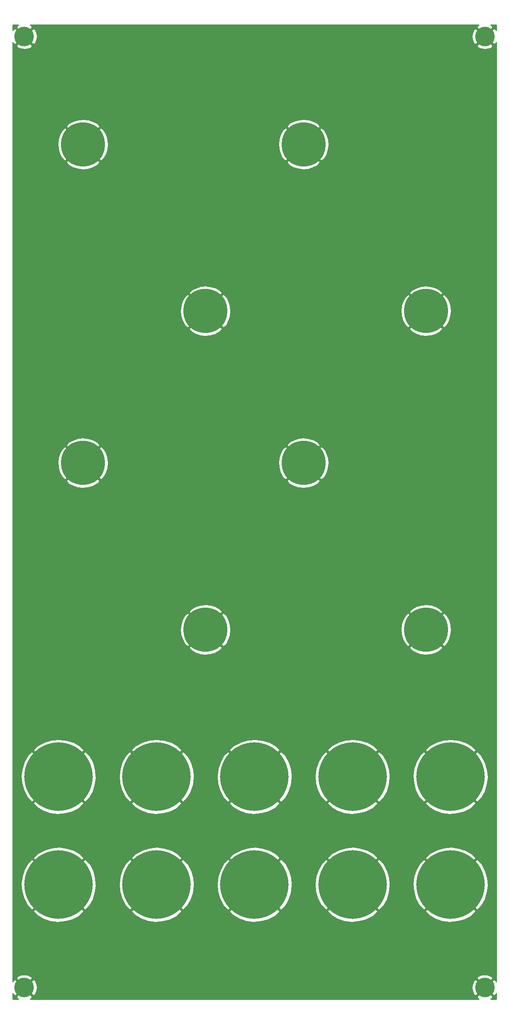
<source format=gbr>
G04 #@! TF.GenerationSoftware,KiCad,Pcbnew,5.1.5-52549c5~84~ubuntu18.04.1*
G04 #@! TF.CreationDate,2020-05-30T11:40:39-04:00*
G04 #@! TF.ProjectId,Panel,50616e65-6c2e-46b6-9963-61645f706362,rev?*
G04 #@! TF.SameCoordinates,Original*
G04 #@! TF.FileFunction,Copper,L2,Bot*
G04 #@! TF.FilePolarity,Positive*
%FSLAX46Y46*%
G04 Gerber Fmt 4.6, Leading zero omitted, Abs format (unit mm)*
G04 Created by KiCad (PCBNEW 5.1.5-52549c5~84~ubuntu18.04.1) date 2020-05-30 11:40:39*
%MOMM*%
%LPD*%
G04 APERTURE LIST*
%ADD10C,4.000000*%
%ADD11C,9.000000*%
%ADD12C,14.000000*%
%ADD13C,0.254000*%
G04 APERTURE END LIST*
D10*
X147000000Y-187000000D03*
X53000000Y-187000000D03*
X147000000Y7000000D03*
X53000000Y7000000D03*
D11*
X90000000Y-114000000D03*
X90000000Y-49000000D03*
X135000000Y-114000000D03*
X110000000Y-80000000D03*
X135000000Y-49000000D03*
X110000000Y-15000000D03*
X65000000Y-80000000D03*
X65000000Y-15000000D03*
D12*
X140000000Y-166000000D03*
X120000000Y-166000000D03*
X100000000Y-166000000D03*
X80000000Y-166000000D03*
X60000000Y-166000000D03*
X140000000Y-144000000D03*
X120000000Y-144000000D03*
X100000000Y-144000000D03*
X80000000Y-144000000D03*
X60000000Y-144000000D03*
D13*
G36*
X51548228Y9214258D02*
G01*
X51332106Y8847499D01*
X53000000Y7179605D01*
X54667894Y8847499D01*
X54451772Y9214258D01*
X54211512Y9340000D01*
X145783476Y9340000D01*
X145548228Y9214258D01*
X145332106Y8847499D01*
X147000000Y7179605D01*
X148667894Y8847499D01*
X148451772Y9214258D01*
X148211512Y9340000D01*
X149340001Y9340000D01*
X149340001Y8216522D01*
X149214258Y8451772D01*
X148847499Y8667894D01*
X147179605Y7000000D01*
X148847499Y5332106D01*
X149214258Y5548228D01*
X149340001Y5788490D01*
X149340000Y-185783476D01*
X149214258Y-185548228D01*
X148847499Y-185332106D01*
X147179605Y-187000000D01*
X148847499Y-188667894D01*
X149214258Y-188451772D01*
X149340000Y-188211512D01*
X149340000Y-189340000D01*
X148216524Y-189340000D01*
X148451772Y-189214258D01*
X148667894Y-188847499D01*
X147000000Y-187179605D01*
X145332106Y-188847499D01*
X145548228Y-189214258D01*
X145788488Y-189340000D01*
X54216524Y-189340000D01*
X54451772Y-189214258D01*
X54667894Y-188847499D01*
X53000000Y-187179605D01*
X51332106Y-188847499D01*
X51548228Y-189214258D01*
X51788488Y-189340000D01*
X50660000Y-189340000D01*
X50660000Y-188216524D01*
X50785742Y-188451772D01*
X51152501Y-188667894D01*
X52820395Y-187000000D01*
X53179605Y-187000000D01*
X54847499Y-188667894D01*
X55214258Y-188451772D01*
X55454938Y-187991895D01*
X55601275Y-187493902D01*
X55643509Y-187023071D01*
X144352352Y-187023071D01*
X144407727Y-187539159D01*
X144562721Y-188034526D01*
X144785742Y-188451772D01*
X145152501Y-188667894D01*
X146820395Y-187000000D01*
X145152501Y-185332106D01*
X144785742Y-185548228D01*
X144545062Y-186008105D01*
X144398725Y-186506098D01*
X144352352Y-187023071D01*
X55643509Y-187023071D01*
X55647648Y-186976929D01*
X55592273Y-186460841D01*
X55437279Y-185965474D01*
X55214258Y-185548228D01*
X54847499Y-185332106D01*
X53179605Y-187000000D01*
X52820395Y-187000000D01*
X51152501Y-185332106D01*
X50785742Y-185548228D01*
X50660000Y-185788488D01*
X50660000Y-185152501D01*
X51332106Y-185152501D01*
X53000000Y-186820395D01*
X54667894Y-185152501D01*
X145332106Y-185152501D01*
X147000000Y-186820395D01*
X148667894Y-185152501D01*
X148451772Y-184785742D01*
X147991895Y-184545062D01*
X147493902Y-184398725D01*
X146976929Y-184352352D01*
X146460841Y-184407727D01*
X145965474Y-184562721D01*
X145548228Y-184785742D01*
X145332106Y-185152501D01*
X54667894Y-185152501D01*
X54451772Y-184785742D01*
X53991895Y-184545062D01*
X53493902Y-184398725D01*
X52976929Y-184352352D01*
X52460841Y-184407727D01*
X51965474Y-184562721D01*
X51548228Y-184785742D01*
X51332106Y-185152501D01*
X50660000Y-185152501D01*
X50660000Y-171401674D01*
X54777932Y-171401674D01*
X55593908Y-172280530D01*
X56903840Y-173019437D01*
X58332756Y-173488591D01*
X59825743Y-173669963D01*
X61325428Y-173556583D01*
X62774176Y-173152807D01*
X64116314Y-172474153D01*
X64406092Y-172280530D01*
X65222068Y-171401674D01*
X74777932Y-171401674D01*
X75593908Y-172280530D01*
X76903840Y-173019437D01*
X78332756Y-173488591D01*
X79825743Y-173669963D01*
X81325428Y-173556583D01*
X82774176Y-173152807D01*
X84116314Y-172474153D01*
X84406092Y-172280530D01*
X85222068Y-171401674D01*
X94777932Y-171401674D01*
X95593908Y-172280530D01*
X96903840Y-173019437D01*
X98332756Y-173488591D01*
X99825743Y-173669963D01*
X101325428Y-173556583D01*
X102774176Y-173152807D01*
X104116314Y-172474153D01*
X104406092Y-172280530D01*
X105222068Y-171401674D01*
X114777932Y-171401674D01*
X115593908Y-172280530D01*
X116903840Y-173019437D01*
X118332756Y-173488591D01*
X119825743Y-173669963D01*
X121325428Y-173556583D01*
X122774176Y-173152807D01*
X124116314Y-172474153D01*
X124406092Y-172280530D01*
X125222068Y-171401674D01*
X134777932Y-171401674D01*
X135593908Y-172280530D01*
X136903840Y-173019437D01*
X138332756Y-173488591D01*
X139825743Y-173669963D01*
X141325428Y-173556583D01*
X142774176Y-173152807D01*
X144116314Y-172474153D01*
X144406092Y-172280530D01*
X145222068Y-171401674D01*
X140000000Y-166179605D01*
X134777932Y-171401674D01*
X125222068Y-171401674D01*
X120000000Y-166179605D01*
X114777932Y-171401674D01*
X105222068Y-171401674D01*
X100000000Y-166179605D01*
X94777932Y-171401674D01*
X85222068Y-171401674D01*
X80000000Y-166179605D01*
X74777932Y-171401674D01*
X65222068Y-171401674D01*
X60000000Y-166179605D01*
X54777932Y-171401674D01*
X50660000Y-171401674D01*
X50660000Y-165825743D01*
X52330037Y-165825743D01*
X52443417Y-167325428D01*
X52847193Y-168774176D01*
X53525847Y-170116314D01*
X53719470Y-170406092D01*
X54598326Y-171222068D01*
X59820395Y-166000000D01*
X60179605Y-166000000D01*
X65401674Y-171222068D01*
X66280530Y-170406092D01*
X67019437Y-169096160D01*
X67488591Y-167667244D01*
X67669963Y-166174257D01*
X67643615Y-165825743D01*
X72330037Y-165825743D01*
X72443417Y-167325428D01*
X72847193Y-168774176D01*
X73525847Y-170116314D01*
X73719470Y-170406092D01*
X74598326Y-171222068D01*
X79820395Y-166000000D01*
X80179605Y-166000000D01*
X85401674Y-171222068D01*
X86280530Y-170406092D01*
X87019437Y-169096160D01*
X87488591Y-167667244D01*
X87669963Y-166174257D01*
X87643615Y-165825743D01*
X92330037Y-165825743D01*
X92443417Y-167325428D01*
X92847193Y-168774176D01*
X93525847Y-170116314D01*
X93719470Y-170406092D01*
X94598326Y-171222068D01*
X99820395Y-166000000D01*
X100179605Y-166000000D01*
X105401674Y-171222068D01*
X106280530Y-170406092D01*
X107019437Y-169096160D01*
X107488591Y-167667244D01*
X107669963Y-166174257D01*
X107643615Y-165825743D01*
X112330037Y-165825743D01*
X112443417Y-167325428D01*
X112847193Y-168774176D01*
X113525847Y-170116314D01*
X113719470Y-170406092D01*
X114598326Y-171222068D01*
X119820395Y-166000000D01*
X120179605Y-166000000D01*
X125401674Y-171222068D01*
X126280530Y-170406092D01*
X127019437Y-169096160D01*
X127488591Y-167667244D01*
X127669963Y-166174257D01*
X127643615Y-165825743D01*
X132330037Y-165825743D01*
X132443417Y-167325428D01*
X132847193Y-168774176D01*
X133525847Y-170116314D01*
X133719470Y-170406092D01*
X134598326Y-171222068D01*
X139820395Y-166000000D01*
X140179605Y-166000000D01*
X145401674Y-171222068D01*
X146280530Y-170406092D01*
X147019437Y-169096160D01*
X147488591Y-167667244D01*
X147669963Y-166174257D01*
X147556583Y-164674572D01*
X147152807Y-163225824D01*
X146474153Y-161883686D01*
X146280530Y-161593908D01*
X145401674Y-160777932D01*
X140179605Y-166000000D01*
X139820395Y-166000000D01*
X134598326Y-160777932D01*
X133719470Y-161593908D01*
X132980563Y-162903840D01*
X132511409Y-164332756D01*
X132330037Y-165825743D01*
X127643615Y-165825743D01*
X127556583Y-164674572D01*
X127152807Y-163225824D01*
X126474153Y-161883686D01*
X126280530Y-161593908D01*
X125401674Y-160777932D01*
X120179605Y-166000000D01*
X119820395Y-166000000D01*
X114598326Y-160777932D01*
X113719470Y-161593908D01*
X112980563Y-162903840D01*
X112511409Y-164332756D01*
X112330037Y-165825743D01*
X107643615Y-165825743D01*
X107556583Y-164674572D01*
X107152807Y-163225824D01*
X106474153Y-161883686D01*
X106280530Y-161593908D01*
X105401674Y-160777932D01*
X100179605Y-166000000D01*
X99820395Y-166000000D01*
X94598326Y-160777932D01*
X93719470Y-161593908D01*
X92980563Y-162903840D01*
X92511409Y-164332756D01*
X92330037Y-165825743D01*
X87643615Y-165825743D01*
X87556583Y-164674572D01*
X87152807Y-163225824D01*
X86474153Y-161883686D01*
X86280530Y-161593908D01*
X85401674Y-160777932D01*
X80179605Y-166000000D01*
X79820395Y-166000000D01*
X74598326Y-160777932D01*
X73719470Y-161593908D01*
X72980563Y-162903840D01*
X72511409Y-164332756D01*
X72330037Y-165825743D01*
X67643615Y-165825743D01*
X67556583Y-164674572D01*
X67152807Y-163225824D01*
X66474153Y-161883686D01*
X66280530Y-161593908D01*
X65401674Y-160777932D01*
X60179605Y-166000000D01*
X59820395Y-166000000D01*
X54598326Y-160777932D01*
X53719470Y-161593908D01*
X52980563Y-162903840D01*
X52511409Y-164332756D01*
X52330037Y-165825743D01*
X50660000Y-165825743D01*
X50660000Y-160598326D01*
X54777932Y-160598326D01*
X60000000Y-165820395D01*
X65222068Y-160598326D01*
X74777932Y-160598326D01*
X80000000Y-165820395D01*
X85222068Y-160598326D01*
X94777932Y-160598326D01*
X100000000Y-165820395D01*
X105222068Y-160598326D01*
X114777932Y-160598326D01*
X120000000Y-165820395D01*
X125222068Y-160598326D01*
X134777932Y-160598326D01*
X140000000Y-165820395D01*
X145222068Y-160598326D01*
X144406092Y-159719470D01*
X143096160Y-158980563D01*
X141667244Y-158511409D01*
X140174257Y-158330037D01*
X138674572Y-158443417D01*
X137225824Y-158847193D01*
X135883686Y-159525847D01*
X135593908Y-159719470D01*
X134777932Y-160598326D01*
X125222068Y-160598326D01*
X124406092Y-159719470D01*
X123096160Y-158980563D01*
X121667244Y-158511409D01*
X120174257Y-158330037D01*
X118674572Y-158443417D01*
X117225824Y-158847193D01*
X115883686Y-159525847D01*
X115593908Y-159719470D01*
X114777932Y-160598326D01*
X105222068Y-160598326D01*
X104406092Y-159719470D01*
X103096160Y-158980563D01*
X101667244Y-158511409D01*
X100174257Y-158330037D01*
X98674572Y-158443417D01*
X97225824Y-158847193D01*
X95883686Y-159525847D01*
X95593908Y-159719470D01*
X94777932Y-160598326D01*
X85222068Y-160598326D01*
X84406092Y-159719470D01*
X83096160Y-158980563D01*
X81667244Y-158511409D01*
X80174257Y-158330037D01*
X78674572Y-158443417D01*
X77225824Y-158847193D01*
X75883686Y-159525847D01*
X75593908Y-159719470D01*
X74777932Y-160598326D01*
X65222068Y-160598326D01*
X64406092Y-159719470D01*
X63096160Y-158980563D01*
X61667244Y-158511409D01*
X60174257Y-158330037D01*
X58674572Y-158443417D01*
X57225824Y-158847193D01*
X55883686Y-159525847D01*
X55593908Y-159719470D01*
X54777932Y-160598326D01*
X50660000Y-160598326D01*
X50660000Y-149401674D01*
X54777932Y-149401674D01*
X55593908Y-150280530D01*
X56903840Y-151019437D01*
X58332756Y-151488591D01*
X59825743Y-151669963D01*
X61325428Y-151556583D01*
X62774176Y-151152807D01*
X64116314Y-150474153D01*
X64406092Y-150280530D01*
X65222068Y-149401674D01*
X74777932Y-149401674D01*
X75593908Y-150280530D01*
X76903840Y-151019437D01*
X78332756Y-151488591D01*
X79825743Y-151669963D01*
X81325428Y-151556583D01*
X82774176Y-151152807D01*
X84116314Y-150474153D01*
X84406092Y-150280530D01*
X85222068Y-149401674D01*
X94777932Y-149401674D01*
X95593908Y-150280530D01*
X96903840Y-151019437D01*
X98332756Y-151488591D01*
X99825743Y-151669963D01*
X101325428Y-151556583D01*
X102774176Y-151152807D01*
X104116314Y-150474153D01*
X104406092Y-150280530D01*
X105222068Y-149401674D01*
X114777932Y-149401674D01*
X115593908Y-150280530D01*
X116903840Y-151019437D01*
X118332756Y-151488591D01*
X119825743Y-151669963D01*
X121325428Y-151556583D01*
X122774176Y-151152807D01*
X124116314Y-150474153D01*
X124406092Y-150280530D01*
X125222068Y-149401674D01*
X134777932Y-149401674D01*
X135593908Y-150280530D01*
X136903840Y-151019437D01*
X138332756Y-151488591D01*
X139825743Y-151669963D01*
X141325428Y-151556583D01*
X142774176Y-151152807D01*
X144116314Y-150474153D01*
X144406092Y-150280530D01*
X145222068Y-149401674D01*
X140000000Y-144179605D01*
X134777932Y-149401674D01*
X125222068Y-149401674D01*
X120000000Y-144179605D01*
X114777932Y-149401674D01*
X105222068Y-149401674D01*
X100000000Y-144179605D01*
X94777932Y-149401674D01*
X85222068Y-149401674D01*
X80000000Y-144179605D01*
X74777932Y-149401674D01*
X65222068Y-149401674D01*
X60000000Y-144179605D01*
X54777932Y-149401674D01*
X50660000Y-149401674D01*
X50660000Y-143825743D01*
X52330037Y-143825743D01*
X52443417Y-145325428D01*
X52847193Y-146774176D01*
X53525847Y-148116314D01*
X53719470Y-148406092D01*
X54598326Y-149222068D01*
X59820395Y-144000000D01*
X60179605Y-144000000D01*
X65401674Y-149222068D01*
X66280530Y-148406092D01*
X67019437Y-147096160D01*
X67488591Y-145667244D01*
X67669963Y-144174257D01*
X67643615Y-143825743D01*
X72330037Y-143825743D01*
X72443417Y-145325428D01*
X72847193Y-146774176D01*
X73525847Y-148116314D01*
X73719470Y-148406092D01*
X74598326Y-149222068D01*
X79820395Y-144000000D01*
X80179605Y-144000000D01*
X85401674Y-149222068D01*
X86280530Y-148406092D01*
X87019437Y-147096160D01*
X87488591Y-145667244D01*
X87669963Y-144174257D01*
X87643615Y-143825743D01*
X92330037Y-143825743D01*
X92443417Y-145325428D01*
X92847193Y-146774176D01*
X93525847Y-148116314D01*
X93719470Y-148406092D01*
X94598326Y-149222068D01*
X99820395Y-144000000D01*
X100179605Y-144000000D01*
X105401674Y-149222068D01*
X106280530Y-148406092D01*
X107019437Y-147096160D01*
X107488591Y-145667244D01*
X107669963Y-144174257D01*
X107643615Y-143825743D01*
X112330037Y-143825743D01*
X112443417Y-145325428D01*
X112847193Y-146774176D01*
X113525847Y-148116314D01*
X113719470Y-148406092D01*
X114598326Y-149222068D01*
X119820395Y-144000000D01*
X120179605Y-144000000D01*
X125401674Y-149222068D01*
X126280530Y-148406092D01*
X127019437Y-147096160D01*
X127488591Y-145667244D01*
X127669963Y-144174257D01*
X127643615Y-143825743D01*
X132330037Y-143825743D01*
X132443417Y-145325428D01*
X132847193Y-146774176D01*
X133525847Y-148116314D01*
X133719470Y-148406092D01*
X134598326Y-149222068D01*
X139820395Y-144000000D01*
X140179605Y-144000000D01*
X145401674Y-149222068D01*
X146280530Y-148406092D01*
X147019437Y-147096160D01*
X147488591Y-145667244D01*
X147669963Y-144174257D01*
X147556583Y-142674572D01*
X147152807Y-141225824D01*
X146474153Y-139883686D01*
X146280530Y-139593908D01*
X145401674Y-138777932D01*
X140179605Y-144000000D01*
X139820395Y-144000000D01*
X134598326Y-138777932D01*
X133719470Y-139593908D01*
X132980563Y-140903840D01*
X132511409Y-142332756D01*
X132330037Y-143825743D01*
X127643615Y-143825743D01*
X127556583Y-142674572D01*
X127152807Y-141225824D01*
X126474153Y-139883686D01*
X126280530Y-139593908D01*
X125401674Y-138777932D01*
X120179605Y-144000000D01*
X119820395Y-144000000D01*
X114598326Y-138777932D01*
X113719470Y-139593908D01*
X112980563Y-140903840D01*
X112511409Y-142332756D01*
X112330037Y-143825743D01*
X107643615Y-143825743D01*
X107556583Y-142674572D01*
X107152807Y-141225824D01*
X106474153Y-139883686D01*
X106280530Y-139593908D01*
X105401674Y-138777932D01*
X100179605Y-144000000D01*
X99820395Y-144000000D01*
X94598326Y-138777932D01*
X93719470Y-139593908D01*
X92980563Y-140903840D01*
X92511409Y-142332756D01*
X92330037Y-143825743D01*
X87643615Y-143825743D01*
X87556583Y-142674572D01*
X87152807Y-141225824D01*
X86474153Y-139883686D01*
X86280530Y-139593908D01*
X85401674Y-138777932D01*
X80179605Y-144000000D01*
X79820395Y-144000000D01*
X74598326Y-138777932D01*
X73719470Y-139593908D01*
X72980563Y-140903840D01*
X72511409Y-142332756D01*
X72330037Y-143825743D01*
X67643615Y-143825743D01*
X67556583Y-142674572D01*
X67152807Y-141225824D01*
X66474153Y-139883686D01*
X66280530Y-139593908D01*
X65401674Y-138777932D01*
X60179605Y-144000000D01*
X59820395Y-144000000D01*
X54598326Y-138777932D01*
X53719470Y-139593908D01*
X52980563Y-140903840D01*
X52511409Y-142332756D01*
X52330037Y-143825743D01*
X50660000Y-143825743D01*
X50660000Y-138598326D01*
X54777932Y-138598326D01*
X60000000Y-143820395D01*
X65222068Y-138598326D01*
X74777932Y-138598326D01*
X80000000Y-143820395D01*
X85222068Y-138598326D01*
X94777932Y-138598326D01*
X100000000Y-143820395D01*
X105222068Y-138598326D01*
X114777932Y-138598326D01*
X120000000Y-143820395D01*
X125222068Y-138598326D01*
X134777932Y-138598326D01*
X140000000Y-143820395D01*
X145222068Y-138598326D01*
X144406092Y-137719470D01*
X143096160Y-136980563D01*
X141667244Y-136511409D01*
X140174257Y-136330037D01*
X138674572Y-136443417D01*
X137225824Y-136847193D01*
X135883686Y-137525847D01*
X135593908Y-137719470D01*
X134777932Y-138598326D01*
X125222068Y-138598326D01*
X124406092Y-137719470D01*
X123096160Y-136980563D01*
X121667244Y-136511409D01*
X120174257Y-136330037D01*
X118674572Y-136443417D01*
X117225824Y-136847193D01*
X115883686Y-137525847D01*
X115593908Y-137719470D01*
X114777932Y-138598326D01*
X105222068Y-138598326D01*
X104406092Y-137719470D01*
X103096160Y-136980563D01*
X101667244Y-136511409D01*
X100174257Y-136330037D01*
X98674572Y-136443417D01*
X97225824Y-136847193D01*
X95883686Y-137525847D01*
X95593908Y-137719470D01*
X94777932Y-138598326D01*
X85222068Y-138598326D01*
X84406092Y-137719470D01*
X83096160Y-136980563D01*
X81667244Y-136511409D01*
X80174257Y-136330037D01*
X78674572Y-136443417D01*
X77225824Y-136847193D01*
X75883686Y-137525847D01*
X75593908Y-137719470D01*
X74777932Y-138598326D01*
X65222068Y-138598326D01*
X64406092Y-137719470D01*
X63096160Y-136980563D01*
X61667244Y-136511409D01*
X60174257Y-136330037D01*
X58674572Y-136443417D01*
X57225824Y-136847193D01*
X55883686Y-137525847D01*
X55593908Y-137719470D01*
X54777932Y-138598326D01*
X50660000Y-138598326D01*
X50660000Y-117624971D01*
X86554634Y-117624971D01*
X87070783Y-118247788D01*
X87955768Y-118737630D01*
X88919314Y-119045407D01*
X89924389Y-119159293D01*
X90932370Y-119074910D01*
X91904520Y-118795501D01*
X92803481Y-118331803D01*
X92929217Y-118247788D01*
X93445366Y-117624971D01*
X131554634Y-117624971D01*
X132070783Y-118247788D01*
X132955768Y-118737630D01*
X133919314Y-119045407D01*
X134924389Y-119159293D01*
X135932370Y-119074910D01*
X136904520Y-118795501D01*
X137803481Y-118331803D01*
X137929217Y-118247788D01*
X138445366Y-117624971D01*
X135000000Y-114179605D01*
X131554634Y-117624971D01*
X93445366Y-117624971D01*
X90000000Y-114179605D01*
X86554634Y-117624971D01*
X50660000Y-117624971D01*
X50660000Y-113924389D01*
X84840707Y-113924389D01*
X84925090Y-114932370D01*
X85204499Y-115904520D01*
X85668197Y-116803481D01*
X85752212Y-116929217D01*
X86375029Y-117445366D01*
X89820395Y-114000000D01*
X90179605Y-114000000D01*
X93624971Y-117445366D01*
X94247788Y-116929217D01*
X94737630Y-116044232D01*
X95045407Y-115080686D01*
X95159293Y-114075611D01*
X95146634Y-113924389D01*
X129840707Y-113924389D01*
X129925090Y-114932370D01*
X130204499Y-115904520D01*
X130668197Y-116803481D01*
X130752212Y-116929217D01*
X131375029Y-117445366D01*
X134820395Y-114000000D01*
X135179605Y-114000000D01*
X138624971Y-117445366D01*
X139247788Y-116929217D01*
X139737630Y-116044232D01*
X140045407Y-115080686D01*
X140159293Y-114075611D01*
X140074910Y-113067630D01*
X139795501Y-112095480D01*
X139331803Y-111196519D01*
X139247788Y-111070783D01*
X138624971Y-110554634D01*
X135179605Y-114000000D01*
X134820395Y-114000000D01*
X131375029Y-110554634D01*
X130752212Y-111070783D01*
X130262370Y-111955768D01*
X129954593Y-112919314D01*
X129840707Y-113924389D01*
X95146634Y-113924389D01*
X95074910Y-113067630D01*
X94795501Y-112095480D01*
X94331803Y-111196519D01*
X94247788Y-111070783D01*
X93624971Y-110554634D01*
X90179605Y-114000000D01*
X89820395Y-114000000D01*
X86375029Y-110554634D01*
X85752212Y-111070783D01*
X85262370Y-111955768D01*
X84954593Y-112919314D01*
X84840707Y-113924389D01*
X50660000Y-113924389D01*
X50660000Y-110375029D01*
X86554634Y-110375029D01*
X90000000Y-113820395D01*
X93445366Y-110375029D01*
X131554634Y-110375029D01*
X135000000Y-113820395D01*
X138445366Y-110375029D01*
X137929217Y-109752212D01*
X137044232Y-109262370D01*
X136080686Y-108954593D01*
X135075611Y-108840707D01*
X134067630Y-108925090D01*
X133095480Y-109204499D01*
X132196519Y-109668197D01*
X132070783Y-109752212D01*
X131554634Y-110375029D01*
X93445366Y-110375029D01*
X92929217Y-109752212D01*
X92044232Y-109262370D01*
X91080686Y-108954593D01*
X90075611Y-108840707D01*
X89067630Y-108925090D01*
X88095480Y-109204499D01*
X87196519Y-109668197D01*
X87070783Y-109752212D01*
X86554634Y-110375029D01*
X50660000Y-110375029D01*
X50660000Y-83624971D01*
X61554634Y-83624971D01*
X62070783Y-84247788D01*
X62955768Y-84737630D01*
X63919314Y-85045407D01*
X64924389Y-85159293D01*
X65932370Y-85074910D01*
X66904520Y-84795501D01*
X67803481Y-84331803D01*
X67929217Y-84247788D01*
X68445366Y-83624971D01*
X106554634Y-83624971D01*
X107070783Y-84247788D01*
X107955768Y-84737630D01*
X108919314Y-85045407D01*
X109924389Y-85159293D01*
X110932370Y-85074910D01*
X111904520Y-84795501D01*
X112803481Y-84331803D01*
X112929217Y-84247788D01*
X113445366Y-83624971D01*
X110000000Y-80179605D01*
X106554634Y-83624971D01*
X68445366Y-83624971D01*
X65000000Y-80179605D01*
X61554634Y-83624971D01*
X50660000Y-83624971D01*
X50660000Y-79924389D01*
X59840707Y-79924389D01*
X59925090Y-80932370D01*
X60204499Y-81904520D01*
X60668197Y-82803481D01*
X60752212Y-82929217D01*
X61375029Y-83445366D01*
X64820395Y-80000000D01*
X65179605Y-80000000D01*
X68624971Y-83445366D01*
X69247788Y-82929217D01*
X69737630Y-82044232D01*
X70045407Y-81080686D01*
X70159293Y-80075611D01*
X70146634Y-79924389D01*
X104840707Y-79924389D01*
X104925090Y-80932370D01*
X105204499Y-81904520D01*
X105668197Y-82803481D01*
X105752212Y-82929217D01*
X106375029Y-83445366D01*
X109820395Y-80000000D01*
X110179605Y-80000000D01*
X113624971Y-83445366D01*
X114247788Y-82929217D01*
X114737630Y-82044232D01*
X115045407Y-81080686D01*
X115159293Y-80075611D01*
X115074910Y-79067630D01*
X114795501Y-78095480D01*
X114331803Y-77196519D01*
X114247788Y-77070783D01*
X113624971Y-76554634D01*
X110179605Y-80000000D01*
X109820395Y-80000000D01*
X106375029Y-76554634D01*
X105752212Y-77070783D01*
X105262370Y-77955768D01*
X104954593Y-78919314D01*
X104840707Y-79924389D01*
X70146634Y-79924389D01*
X70074910Y-79067630D01*
X69795501Y-78095480D01*
X69331803Y-77196519D01*
X69247788Y-77070783D01*
X68624971Y-76554634D01*
X65179605Y-80000000D01*
X64820395Y-80000000D01*
X61375029Y-76554634D01*
X60752212Y-77070783D01*
X60262370Y-77955768D01*
X59954593Y-78919314D01*
X59840707Y-79924389D01*
X50660000Y-79924389D01*
X50660000Y-76375029D01*
X61554634Y-76375029D01*
X65000000Y-79820395D01*
X68445366Y-76375029D01*
X106554634Y-76375029D01*
X110000000Y-79820395D01*
X113445366Y-76375029D01*
X112929217Y-75752212D01*
X112044232Y-75262370D01*
X111080686Y-74954593D01*
X110075611Y-74840707D01*
X109067630Y-74925090D01*
X108095480Y-75204499D01*
X107196519Y-75668197D01*
X107070783Y-75752212D01*
X106554634Y-76375029D01*
X68445366Y-76375029D01*
X67929217Y-75752212D01*
X67044232Y-75262370D01*
X66080686Y-74954593D01*
X65075611Y-74840707D01*
X64067630Y-74925090D01*
X63095480Y-75204499D01*
X62196519Y-75668197D01*
X62070783Y-75752212D01*
X61554634Y-76375029D01*
X50660000Y-76375029D01*
X50660000Y-52624971D01*
X86554634Y-52624971D01*
X87070783Y-53247788D01*
X87955768Y-53737630D01*
X88919314Y-54045407D01*
X89924389Y-54159293D01*
X90932370Y-54074910D01*
X91904520Y-53795501D01*
X92803481Y-53331803D01*
X92929217Y-53247788D01*
X93445366Y-52624971D01*
X131554634Y-52624971D01*
X132070783Y-53247788D01*
X132955768Y-53737630D01*
X133919314Y-54045407D01*
X134924389Y-54159293D01*
X135932370Y-54074910D01*
X136904520Y-53795501D01*
X137803481Y-53331803D01*
X137929217Y-53247788D01*
X138445366Y-52624971D01*
X135000000Y-49179605D01*
X131554634Y-52624971D01*
X93445366Y-52624971D01*
X90000000Y-49179605D01*
X86554634Y-52624971D01*
X50660000Y-52624971D01*
X50660000Y-48924389D01*
X84840707Y-48924389D01*
X84925090Y-49932370D01*
X85204499Y-50904520D01*
X85668197Y-51803481D01*
X85752212Y-51929217D01*
X86375029Y-52445366D01*
X89820395Y-49000000D01*
X90179605Y-49000000D01*
X93624971Y-52445366D01*
X94247788Y-51929217D01*
X94737630Y-51044232D01*
X95045407Y-50080686D01*
X95159293Y-49075611D01*
X95146634Y-48924389D01*
X129840707Y-48924389D01*
X129925090Y-49932370D01*
X130204499Y-50904520D01*
X130668197Y-51803481D01*
X130752212Y-51929217D01*
X131375029Y-52445366D01*
X134820395Y-49000000D01*
X135179605Y-49000000D01*
X138624971Y-52445366D01*
X139247788Y-51929217D01*
X139737630Y-51044232D01*
X140045407Y-50080686D01*
X140159293Y-49075611D01*
X140074910Y-48067630D01*
X139795501Y-47095480D01*
X139331803Y-46196519D01*
X139247788Y-46070783D01*
X138624971Y-45554634D01*
X135179605Y-49000000D01*
X134820395Y-49000000D01*
X131375029Y-45554634D01*
X130752212Y-46070783D01*
X130262370Y-46955768D01*
X129954593Y-47919314D01*
X129840707Y-48924389D01*
X95146634Y-48924389D01*
X95074910Y-48067630D01*
X94795501Y-47095480D01*
X94331803Y-46196519D01*
X94247788Y-46070783D01*
X93624971Y-45554634D01*
X90179605Y-49000000D01*
X89820395Y-49000000D01*
X86375029Y-45554634D01*
X85752212Y-46070783D01*
X85262370Y-46955768D01*
X84954593Y-47919314D01*
X84840707Y-48924389D01*
X50660000Y-48924389D01*
X50660000Y-45375029D01*
X86554634Y-45375029D01*
X90000000Y-48820395D01*
X93445366Y-45375029D01*
X131554634Y-45375029D01*
X135000000Y-48820395D01*
X138445366Y-45375029D01*
X137929217Y-44752212D01*
X137044232Y-44262370D01*
X136080686Y-43954593D01*
X135075611Y-43840707D01*
X134067630Y-43925090D01*
X133095480Y-44204499D01*
X132196519Y-44668197D01*
X132070783Y-44752212D01*
X131554634Y-45375029D01*
X93445366Y-45375029D01*
X92929217Y-44752212D01*
X92044232Y-44262370D01*
X91080686Y-43954593D01*
X90075611Y-43840707D01*
X89067630Y-43925090D01*
X88095480Y-44204499D01*
X87196519Y-44668197D01*
X87070783Y-44752212D01*
X86554634Y-45375029D01*
X50660000Y-45375029D01*
X50660000Y-18624971D01*
X61554634Y-18624971D01*
X62070783Y-19247788D01*
X62955768Y-19737630D01*
X63919314Y-20045407D01*
X64924389Y-20159293D01*
X65932370Y-20074910D01*
X66904520Y-19795501D01*
X67803481Y-19331803D01*
X67929217Y-19247788D01*
X68445366Y-18624971D01*
X106554634Y-18624971D01*
X107070783Y-19247788D01*
X107955768Y-19737630D01*
X108919314Y-20045407D01*
X109924389Y-20159293D01*
X110932370Y-20074910D01*
X111904520Y-19795501D01*
X112803481Y-19331803D01*
X112929217Y-19247788D01*
X113445366Y-18624971D01*
X110000000Y-15179605D01*
X106554634Y-18624971D01*
X68445366Y-18624971D01*
X65000000Y-15179605D01*
X61554634Y-18624971D01*
X50660000Y-18624971D01*
X50660000Y-14924389D01*
X59840707Y-14924389D01*
X59925090Y-15932370D01*
X60204499Y-16904520D01*
X60668197Y-17803481D01*
X60752212Y-17929217D01*
X61375029Y-18445366D01*
X64820395Y-15000000D01*
X65179605Y-15000000D01*
X68624971Y-18445366D01*
X69247788Y-17929217D01*
X69737630Y-17044232D01*
X70045407Y-16080686D01*
X70159293Y-15075611D01*
X70146634Y-14924389D01*
X104840707Y-14924389D01*
X104925090Y-15932370D01*
X105204499Y-16904520D01*
X105668197Y-17803481D01*
X105752212Y-17929217D01*
X106375029Y-18445366D01*
X109820395Y-15000000D01*
X110179605Y-15000000D01*
X113624971Y-18445366D01*
X114247788Y-17929217D01*
X114737630Y-17044232D01*
X115045407Y-16080686D01*
X115159293Y-15075611D01*
X115074910Y-14067630D01*
X114795501Y-13095480D01*
X114331803Y-12196519D01*
X114247788Y-12070783D01*
X113624971Y-11554634D01*
X110179605Y-15000000D01*
X109820395Y-15000000D01*
X106375029Y-11554634D01*
X105752212Y-12070783D01*
X105262370Y-12955768D01*
X104954593Y-13919314D01*
X104840707Y-14924389D01*
X70146634Y-14924389D01*
X70074910Y-14067630D01*
X69795501Y-13095480D01*
X69331803Y-12196519D01*
X69247788Y-12070783D01*
X68624971Y-11554634D01*
X65179605Y-15000000D01*
X64820395Y-15000000D01*
X61375029Y-11554634D01*
X60752212Y-12070783D01*
X60262370Y-12955768D01*
X59954593Y-13919314D01*
X59840707Y-14924389D01*
X50660000Y-14924389D01*
X50660000Y-11375029D01*
X61554634Y-11375029D01*
X65000000Y-14820395D01*
X68445366Y-11375029D01*
X106554634Y-11375029D01*
X110000000Y-14820395D01*
X113445366Y-11375029D01*
X112929217Y-10752212D01*
X112044232Y-10262370D01*
X111080686Y-9954593D01*
X110075611Y-9840707D01*
X109067630Y-9925090D01*
X108095480Y-10204499D01*
X107196519Y-10668197D01*
X107070783Y-10752212D01*
X106554634Y-11375029D01*
X68445366Y-11375029D01*
X67929217Y-10752212D01*
X67044232Y-10262370D01*
X66080686Y-9954593D01*
X65075611Y-9840707D01*
X64067630Y-9925090D01*
X63095480Y-10204499D01*
X62196519Y-10668197D01*
X62070783Y-10752212D01*
X61554634Y-11375029D01*
X50660000Y-11375029D01*
X50660000Y5152501D01*
X51332106Y5152501D01*
X51548228Y4785742D01*
X52008105Y4545062D01*
X52506098Y4398725D01*
X53023071Y4352352D01*
X53539159Y4407727D01*
X54034526Y4562721D01*
X54451772Y4785742D01*
X54667894Y5152501D01*
X145332106Y5152501D01*
X145548228Y4785742D01*
X146008105Y4545062D01*
X146506098Y4398725D01*
X147023071Y4352352D01*
X147539159Y4407727D01*
X148034526Y4562721D01*
X148451772Y4785742D01*
X148667894Y5152501D01*
X147000000Y6820395D01*
X145332106Y5152501D01*
X54667894Y5152501D01*
X53000000Y6820395D01*
X51332106Y5152501D01*
X50660000Y5152501D01*
X50660000Y5783476D01*
X50785742Y5548228D01*
X51152501Y5332106D01*
X52820395Y7000000D01*
X53179605Y7000000D01*
X54847499Y5332106D01*
X55214258Y5548228D01*
X55454938Y6008105D01*
X55601275Y6506098D01*
X55643509Y6976929D01*
X144352352Y6976929D01*
X144407727Y6460841D01*
X144562721Y5965474D01*
X144785742Y5548228D01*
X145152501Y5332106D01*
X146820395Y7000000D01*
X145152501Y8667894D01*
X144785742Y8451772D01*
X144545062Y7991895D01*
X144398725Y7493902D01*
X144352352Y6976929D01*
X55643509Y6976929D01*
X55647648Y7023071D01*
X55592273Y7539159D01*
X55437279Y8034526D01*
X55214258Y8451772D01*
X54847499Y8667894D01*
X53179605Y7000000D01*
X52820395Y7000000D01*
X51152501Y8667894D01*
X50785742Y8451772D01*
X50660000Y8211512D01*
X50660000Y9340000D01*
X51783476Y9340000D01*
X51548228Y9214258D01*
G37*
X51548228Y9214258D02*
X51332106Y8847499D01*
X53000000Y7179605D01*
X54667894Y8847499D01*
X54451772Y9214258D01*
X54211512Y9340000D01*
X145783476Y9340000D01*
X145548228Y9214258D01*
X145332106Y8847499D01*
X147000000Y7179605D01*
X148667894Y8847499D01*
X148451772Y9214258D01*
X148211512Y9340000D01*
X149340001Y9340000D01*
X149340001Y8216522D01*
X149214258Y8451772D01*
X148847499Y8667894D01*
X147179605Y7000000D01*
X148847499Y5332106D01*
X149214258Y5548228D01*
X149340001Y5788490D01*
X149340000Y-185783476D01*
X149214258Y-185548228D01*
X148847499Y-185332106D01*
X147179605Y-187000000D01*
X148847499Y-188667894D01*
X149214258Y-188451772D01*
X149340000Y-188211512D01*
X149340000Y-189340000D01*
X148216524Y-189340000D01*
X148451772Y-189214258D01*
X148667894Y-188847499D01*
X147000000Y-187179605D01*
X145332106Y-188847499D01*
X145548228Y-189214258D01*
X145788488Y-189340000D01*
X54216524Y-189340000D01*
X54451772Y-189214258D01*
X54667894Y-188847499D01*
X53000000Y-187179605D01*
X51332106Y-188847499D01*
X51548228Y-189214258D01*
X51788488Y-189340000D01*
X50660000Y-189340000D01*
X50660000Y-188216524D01*
X50785742Y-188451772D01*
X51152501Y-188667894D01*
X52820395Y-187000000D01*
X53179605Y-187000000D01*
X54847499Y-188667894D01*
X55214258Y-188451772D01*
X55454938Y-187991895D01*
X55601275Y-187493902D01*
X55643509Y-187023071D01*
X144352352Y-187023071D01*
X144407727Y-187539159D01*
X144562721Y-188034526D01*
X144785742Y-188451772D01*
X145152501Y-188667894D01*
X146820395Y-187000000D01*
X145152501Y-185332106D01*
X144785742Y-185548228D01*
X144545062Y-186008105D01*
X144398725Y-186506098D01*
X144352352Y-187023071D01*
X55643509Y-187023071D01*
X55647648Y-186976929D01*
X55592273Y-186460841D01*
X55437279Y-185965474D01*
X55214258Y-185548228D01*
X54847499Y-185332106D01*
X53179605Y-187000000D01*
X52820395Y-187000000D01*
X51152501Y-185332106D01*
X50785742Y-185548228D01*
X50660000Y-185788488D01*
X50660000Y-185152501D01*
X51332106Y-185152501D01*
X53000000Y-186820395D01*
X54667894Y-185152501D01*
X145332106Y-185152501D01*
X147000000Y-186820395D01*
X148667894Y-185152501D01*
X148451772Y-184785742D01*
X147991895Y-184545062D01*
X147493902Y-184398725D01*
X146976929Y-184352352D01*
X146460841Y-184407727D01*
X145965474Y-184562721D01*
X145548228Y-184785742D01*
X145332106Y-185152501D01*
X54667894Y-185152501D01*
X54451772Y-184785742D01*
X53991895Y-184545062D01*
X53493902Y-184398725D01*
X52976929Y-184352352D01*
X52460841Y-184407727D01*
X51965474Y-184562721D01*
X51548228Y-184785742D01*
X51332106Y-185152501D01*
X50660000Y-185152501D01*
X50660000Y-171401674D01*
X54777932Y-171401674D01*
X55593908Y-172280530D01*
X56903840Y-173019437D01*
X58332756Y-173488591D01*
X59825743Y-173669963D01*
X61325428Y-173556583D01*
X62774176Y-173152807D01*
X64116314Y-172474153D01*
X64406092Y-172280530D01*
X65222068Y-171401674D01*
X74777932Y-171401674D01*
X75593908Y-172280530D01*
X76903840Y-173019437D01*
X78332756Y-173488591D01*
X79825743Y-173669963D01*
X81325428Y-173556583D01*
X82774176Y-173152807D01*
X84116314Y-172474153D01*
X84406092Y-172280530D01*
X85222068Y-171401674D01*
X94777932Y-171401674D01*
X95593908Y-172280530D01*
X96903840Y-173019437D01*
X98332756Y-173488591D01*
X99825743Y-173669963D01*
X101325428Y-173556583D01*
X102774176Y-173152807D01*
X104116314Y-172474153D01*
X104406092Y-172280530D01*
X105222068Y-171401674D01*
X114777932Y-171401674D01*
X115593908Y-172280530D01*
X116903840Y-173019437D01*
X118332756Y-173488591D01*
X119825743Y-173669963D01*
X121325428Y-173556583D01*
X122774176Y-173152807D01*
X124116314Y-172474153D01*
X124406092Y-172280530D01*
X125222068Y-171401674D01*
X134777932Y-171401674D01*
X135593908Y-172280530D01*
X136903840Y-173019437D01*
X138332756Y-173488591D01*
X139825743Y-173669963D01*
X141325428Y-173556583D01*
X142774176Y-173152807D01*
X144116314Y-172474153D01*
X144406092Y-172280530D01*
X145222068Y-171401674D01*
X140000000Y-166179605D01*
X134777932Y-171401674D01*
X125222068Y-171401674D01*
X120000000Y-166179605D01*
X114777932Y-171401674D01*
X105222068Y-171401674D01*
X100000000Y-166179605D01*
X94777932Y-171401674D01*
X85222068Y-171401674D01*
X80000000Y-166179605D01*
X74777932Y-171401674D01*
X65222068Y-171401674D01*
X60000000Y-166179605D01*
X54777932Y-171401674D01*
X50660000Y-171401674D01*
X50660000Y-165825743D01*
X52330037Y-165825743D01*
X52443417Y-167325428D01*
X52847193Y-168774176D01*
X53525847Y-170116314D01*
X53719470Y-170406092D01*
X54598326Y-171222068D01*
X59820395Y-166000000D01*
X60179605Y-166000000D01*
X65401674Y-171222068D01*
X66280530Y-170406092D01*
X67019437Y-169096160D01*
X67488591Y-167667244D01*
X67669963Y-166174257D01*
X67643615Y-165825743D01*
X72330037Y-165825743D01*
X72443417Y-167325428D01*
X72847193Y-168774176D01*
X73525847Y-170116314D01*
X73719470Y-170406092D01*
X74598326Y-171222068D01*
X79820395Y-166000000D01*
X80179605Y-166000000D01*
X85401674Y-171222068D01*
X86280530Y-170406092D01*
X87019437Y-169096160D01*
X87488591Y-167667244D01*
X87669963Y-166174257D01*
X87643615Y-165825743D01*
X92330037Y-165825743D01*
X92443417Y-167325428D01*
X92847193Y-168774176D01*
X93525847Y-170116314D01*
X93719470Y-170406092D01*
X94598326Y-171222068D01*
X99820395Y-166000000D01*
X100179605Y-166000000D01*
X105401674Y-171222068D01*
X106280530Y-170406092D01*
X107019437Y-169096160D01*
X107488591Y-167667244D01*
X107669963Y-166174257D01*
X107643615Y-165825743D01*
X112330037Y-165825743D01*
X112443417Y-167325428D01*
X112847193Y-168774176D01*
X113525847Y-170116314D01*
X113719470Y-170406092D01*
X114598326Y-171222068D01*
X119820395Y-166000000D01*
X120179605Y-166000000D01*
X125401674Y-171222068D01*
X126280530Y-170406092D01*
X127019437Y-169096160D01*
X127488591Y-167667244D01*
X127669963Y-166174257D01*
X127643615Y-165825743D01*
X132330037Y-165825743D01*
X132443417Y-167325428D01*
X132847193Y-168774176D01*
X133525847Y-170116314D01*
X133719470Y-170406092D01*
X134598326Y-171222068D01*
X139820395Y-166000000D01*
X140179605Y-166000000D01*
X145401674Y-171222068D01*
X146280530Y-170406092D01*
X147019437Y-169096160D01*
X147488591Y-167667244D01*
X147669963Y-166174257D01*
X147556583Y-164674572D01*
X147152807Y-163225824D01*
X146474153Y-161883686D01*
X146280530Y-161593908D01*
X145401674Y-160777932D01*
X140179605Y-166000000D01*
X139820395Y-166000000D01*
X134598326Y-160777932D01*
X133719470Y-161593908D01*
X132980563Y-162903840D01*
X132511409Y-164332756D01*
X132330037Y-165825743D01*
X127643615Y-165825743D01*
X127556583Y-164674572D01*
X127152807Y-163225824D01*
X126474153Y-161883686D01*
X126280530Y-161593908D01*
X125401674Y-160777932D01*
X120179605Y-166000000D01*
X119820395Y-166000000D01*
X114598326Y-160777932D01*
X113719470Y-161593908D01*
X112980563Y-162903840D01*
X112511409Y-164332756D01*
X112330037Y-165825743D01*
X107643615Y-165825743D01*
X107556583Y-164674572D01*
X107152807Y-163225824D01*
X106474153Y-161883686D01*
X106280530Y-161593908D01*
X105401674Y-160777932D01*
X100179605Y-166000000D01*
X99820395Y-166000000D01*
X94598326Y-160777932D01*
X93719470Y-161593908D01*
X92980563Y-162903840D01*
X92511409Y-164332756D01*
X92330037Y-165825743D01*
X87643615Y-165825743D01*
X87556583Y-164674572D01*
X87152807Y-163225824D01*
X86474153Y-161883686D01*
X86280530Y-161593908D01*
X85401674Y-160777932D01*
X80179605Y-166000000D01*
X79820395Y-166000000D01*
X74598326Y-160777932D01*
X73719470Y-161593908D01*
X72980563Y-162903840D01*
X72511409Y-164332756D01*
X72330037Y-165825743D01*
X67643615Y-165825743D01*
X67556583Y-164674572D01*
X67152807Y-163225824D01*
X66474153Y-161883686D01*
X66280530Y-161593908D01*
X65401674Y-160777932D01*
X60179605Y-166000000D01*
X59820395Y-166000000D01*
X54598326Y-160777932D01*
X53719470Y-161593908D01*
X52980563Y-162903840D01*
X52511409Y-164332756D01*
X52330037Y-165825743D01*
X50660000Y-165825743D01*
X50660000Y-160598326D01*
X54777932Y-160598326D01*
X60000000Y-165820395D01*
X65222068Y-160598326D01*
X74777932Y-160598326D01*
X80000000Y-165820395D01*
X85222068Y-160598326D01*
X94777932Y-160598326D01*
X100000000Y-165820395D01*
X105222068Y-160598326D01*
X114777932Y-160598326D01*
X120000000Y-165820395D01*
X125222068Y-160598326D01*
X134777932Y-160598326D01*
X140000000Y-165820395D01*
X145222068Y-160598326D01*
X144406092Y-159719470D01*
X143096160Y-158980563D01*
X141667244Y-158511409D01*
X140174257Y-158330037D01*
X138674572Y-158443417D01*
X137225824Y-158847193D01*
X135883686Y-159525847D01*
X135593908Y-159719470D01*
X134777932Y-160598326D01*
X125222068Y-160598326D01*
X124406092Y-159719470D01*
X123096160Y-158980563D01*
X121667244Y-158511409D01*
X120174257Y-158330037D01*
X118674572Y-158443417D01*
X117225824Y-158847193D01*
X115883686Y-159525847D01*
X115593908Y-159719470D01*
X114777932Y-160598326D01*
X105222068Y-160598326D01*
X104406092Y-159719470D01*
X103096160Y-158980563D01*
X101667244Y-158511409D01*
X100174257Y-158330037D01*
X98674572Y-158443417D01*
X97225824Y-158847193D01*
X95883686Y-159525847D01*
X95593908Y-159719470D01*
X94777932Y-160598326D01*
X85222068Y-160598326D01*
X84406092Y-159719470D01*
X83096160Y-158980563D01*
X81667244Y-158511409D01*
X80174257Y-158330037D01*
X78674572Y-158443417D01*
X77225824Y-158847193D01*
X75883686Y-159525847D01*
X75593908Y-159719470D01*
X74777932Y-160598326D01*
X65222068Y-160598326D01*
X64406092Y-159719470D01*
X63096160Y-158980563D01*
X61667244Y-158511409D01*
X60174257Y-158330037D01*
X58674572Y-158443417D01*
X57225824Y-158847193D01*
X55883686Y-159525847D01*
X55593908Y-159719470D01*
X54777932Y-160598326D01*
X50660000Y-160598326D01*
X50660000Y-149401674D01*
X54777932Y-149401674D01*
X55593908Y-150280530D01*
X56903840Y-151019437D01*
X58332756Y-151488591D01*
X59825743Y-151669963D01*
X61325428Y-151556583D01*
X62774176Y-151152807D01*
X64116314Y-150474153D01*
X64406092Y-150280530D01*
X65222068Y-149401674D01*
X74777932Y-149401674D01*
X75593908Y-150280530D01*
X76903840Y-151019437D01*
X78332756Y-151488591D01*
X79825743Y-151669963D01*
X81325428Y-151556583D01*
X82774176Y-151152807D01*
X84116314Y-150474153D01*
X84406092Y-150280530D01*
X85222068Y-149401674D01*
X94777932Y-149401674D01*
X95593908Y-150280530D01*
X96903840Y-151019437D01*
X98332756Y-151488591D01*
X99825743Y-151669963D01*
X101325428Y-151556583D01*
X102774176Y-151152807D01*
X104116314Y-150474153D01*
X104406092Y-150280530D01*
X105222068Y-149401674D01*
X114777932Y-149401674D01*
X115593908Y-150280530D01*
X116903840Y-151019437D01*
X118332756Y-151488591D01*
X119825743Y-151669963D01*
X121325428Y-151556583D01*
X122774176Y-151152807D01*
X124116314Y-150474153D01*
X124406092Y-150280530D01*
X125222068Y-149401674D01*
X134777932Y-149401674D01*
X135593908Y-150280530D01*
X136903840Y-151019437D01*
X138332756Y-151488591D01*
X139825743Y-151669963D01*
X141325428Y-151556583D01*
X142774176Y-151152807D01*
X144116314Y-150474153D01*
X144406092Y-150280530D01*
X145222068Y-149401674D01*
X140000000Y-144179605D01*
X134777932Y-149401674D01*
X125222068Y-149401674D01*
X120000000Y-144179605D01*
X114777932Y-149401674D01*
X105222068Y-149401674D01*
X100000000Y-144179605D01*
X94777932Y-149401674D01*
X85222068Y-149401674D01*
X80000000Y-144179605D01*
X74777932Y-149401674D01*
X65222068Y-149401674D01*
X60000000Y-144179605D01*
X54777932Y-149401674D01*
X50660000Y-149401674D01*
X50660000Y-143825743D01*
X52330037Y-143825743D01*
X52443417Y-145325428D01*
X52847193Y-146774176D01*
X53525847Y-148116314D01*
X53719470Y-148406092D01*
X54598326Y-149222068D01*
X59820395Y-144000000D01*
X60179605Y-144000000D01*
X65401674Y-149222068D01*
X66280530Y-148406092D01*
X67019437Y-147096160D01*
X67488591Y-145667244D01*
X67669963Y-144174257D01*
X67643615Y-143825743D01*
X72330037Y-143825743D01*
X72443417Y-145325428D01*
X72847193Y-146774176D01*
X73525847Y-148116314D01*
X73719470Y-148406092D01*
X74598326Y-149222068D01*
X79820395Y-144000000D01*
X80179605Y-144000000D01*
X85401674Y-149222068D01*
X86280530Y-148406092D01*
X87019437Y-147096160D01*
X87488591Y-145667244D01*
X87669963Y-144174257D01*
X87643615Y-143825743D01*
X92330037Y-143825743D01*
X92443417Y-145325428D01*
X92847193Y-146774176D01*
X93525847Y-148116314D01*
X93719470Y-148406092D01*
X94598326Y-149222068D01*
X99820395Y-144000000D01*
X100179605Y-144000000D01*
X105401674Y-149222068D01*
X106280530Y-148406092D01*
X107019437Y-147096160D01*
X107488591Y-145667244D01*
X107669963Y-144174257D01*
X107643615Y-143825743D01*
X112330037Y-143825743D01*
X112443417Y-145325428D01*
X112847193Y-146774176D01*
X113525847Y-148116314D01*
X113719470Y-148406092D01*
X114598326Y-149222068D01*
X119820395Y-144000000D01*
X120179605Y-144000000D01*
X125401674Y-149222068D01*
X126280530Y-148406092D01*
X127019437Y-147096160D01*
X127488591Y-145667244D01*
X127669963Y-144174257D01*
X127643615Y-143825743D01*
X132330037Y-143825743D01*
X132443417Y-145325428D01*
X132847193Y-146774176D01*
X133525847Y-148116314D01*
X133719470Y-148406092D01*
X134598326Y-149222068D01*
X139820395Y-144000000D01*
X140179605Y-144000000D01*
X145401674Y-149222068D01*
X146280530Y-148406092D01*
X147019437Y-147096160D01*
X147488591Y-145667244D01*
X147669963Y-144174257D01*
X147556583Y-142674572D01*
X147152807Y-141225824D01*
X146474153Y-139883686D01*
X146280530Y-139593908D01*
X145401674Y-138777932D01*
X140179605Y-144000000D01*
X139820395Y-144000000D01*
X134598326Y-138777932D01*
X133719470Y-139593908D01*
X132980563Y-140903840D01*
X132511409Y-142332756D01*
X132330037Y-143825743D01*
X127643615Y-143825743D01*
X127556583Y-142674572D01*
X127152807Y-141225824D01*
X126474153Y-139883686D01*
X126280530Y-139593908D01*
X125401674Y-138777932D01*
X120179605Y-144000000D01*
X119820395Y-144000000D01*
X114598326Y-138777932D01*
X113719470Y-139593908D01*
X112980563Y-140903840D01*
X112511409Y-142332756D01*
X112330037Y-143825743D01*
X107643615Y-143825743D01*
X107556583Y-142674572D01*
X107152807Y-141225824D01*
X106474153Y-139883686D01*
X106280530Y-139593908D01*
X105401674Y-138777932D01*
X100179605Y-144000000D01*
X99820395Y-144000000D01*
X94598326Y-138777932D01*
X93719470Y-139593908D01*
X92980563Y-140903840D01*
X92511409Y-142332756D01*
X92330037Y-143825743D01*
X87643615Y-143825743D01*
X87556583Y-142674572D01*
X87152807Y-141225824D01*
X86474153Y-139883686D01*
X86280530Y-139593908D01*
X85401674Y-138777932D01*
X80179605Y-144000000D01*
X79820395Y-144000000D01*
X74598326Y-138777932D01*
X73719470Y-139593908D01*
X72980563Y-140903840D01*
X72511409Y-142332756D01*
X72330037Y-143825743D01*
X67643615Y-143825743D01*
X67556583Y-142674572D01*
X67152807Y-141225824D01*
X66474153Y-139883686D01*
X66280530Y-139593908D01*
X65401674Y-138777932D01*
X60179605Y-144000000D01*
X59820395Y-144000000D01*
X54598326Y-138777932D01*
X53719470Y-139593908D01*
X52980563Y-140903840D01*
X52511409Y-142332756D01*
X52330037Y-143825743D01*
X50660000Y-143825743D01*
X50660000Y-138598326D01*
X54777932Y-138598326D01*
X60000000Y-143820395D01*
X65222068Y-138598326D01*
X74777932Y-138598326D01*
X80000000Y-143820395D01*
X85222068Y-138598326D01*
X94777932Y-138598326D01*
X100000000Y-143820395D01*
X105222068Y-138598326D01*
X114777932Y-138598326D01*
X120000000Y-143820395D01*
X125222068Y-138598326D01*
X134777932Y-138598326D01*
X140000000Y-143820395D01*
X145222068Y-138598326D01*
X144406092Y-137719470D01*
X143096160Y-136980563D01*
X141667244Y-136511409D01*
X140174257Y-136330037D01*
X138674572Y-136443417D01*
X137225824Y-136847193D01*
X135883686Y-137525847D01*
X135593908Y-137719470D01*
X134777932Y-138598326D01*
X125222068Y-138598326D01*
X124406092Y-137719470D01*
X123096160Y-136980563D01*
X121667244Y-136511409D01*
X120174257Y-136330037D01*
X118674572Y-136443417D01*
X117225824Y-136847193D01*
X115883686Y-137525847D01*
X115593908Y-137719470D01*
X114777932Y-138598326D01*
X105222068Y-138598326D01*
X104406092Y-137719470D01*
X103096160Y-136980563D01*
X101667244Y-136511409D01*
X100174257Y-136330037D01*
X98674572Y-136443417D01*
X97225824Y-136847193D01*
X95883686Y-137525847D01*
X95593908Y-137719470D01*
X94777932Y-138598326D01*
X85222068Y-138598326D01*
X84406092Y-137719470D01*
X83096160Y-136980563D01*
X81667244Y-136511409D01*
X80174257Y-136330037D01*
X78674572Y-136443417D01*
X77225824Y-136847193D01*
X75883686Y-137525847D01*
X75593908Y-137719470D01*
X74777932Y-138598326D01*
X65222068Y-138598326D01*
X64406092Y-137719470D01*
X63096160Y-136980563D01*
X61667244Y-136511409D01*
X60174257Y-136330037D01*
X58674572Y-136443417D01*
X57225824Y-136847193D01*
X55883686Y-137525847D01*
X55593908Y-137719470D01*
X54777932Y-138598326D01*
X50660000Y-138598326D01*
X50660000Y-117624971D01*
X86554634Y-117624971D01*
X87070783Y-118247788D01*
X87955768Y-118737630D01*
X88919314Y-119045407D01*
X89924389Y-119159293D01*
X90932370Y-119074910D01*
X91904520Y-118795501D01*
X92803481Y-118331803D01*
X92929217Y-118247788D01*
X93445366Y-117624971D01*
X131554634Y-117624971D01*
X132070783Y-118247788D01*
X132955768Y-118737630D01*
X133919314Y-119045407D01*
X134924389Y-119159293D01*
X135932370Y-119074910D01*
X136904520Y-118795501D01*
X137803481Y-118331803D01*
X137929217Y-118247788D01*
X138445366Y-117624971D01*
X135000000Y-114179605D01*
X131554634Y-117624971D01*
X93445366Y-117624971D01*
X90000000Y-114179605D01*
X86554634Y-117624971D01*
X50660000Y-117624971D01*
X50660000Y-113924389D01*
X84840707Y-113924389D01*
X84925090Y-114932370D01*
X85204499Y-115904520D01*
X85668197Y-116803481D01*
X85752212Y-116929217D01*
X86375029Y-117445366D01*
X89820395Y-114000000D01*
X90179605Y-114000000D01*
X93624971Y-117445366D01*
X94247788Y-116929217D01*
X94737630Y-116044232D01*
X95045407Y-115080686D01*
X95159293Y-114075611D01*
X95146634Y-113924389D01*
X129840707Y-113924389D01*
X129925090Y-114932370D01*
X130204499Y-115904520D01*
X130668197Y-116803481D01*
X130752212Y-116929217D01*
X131375029Y-117445366D01*
X134820395Y-114000000D01*
X135179605Y-114000000D01*
X138624971Y-117445366D01*
X139247788Y-116929217D01*
X139737630Y-116044232D01*
X140045407Y-115080686D01*
X140159293Y-114075611D01*
X140074910Y-113067630D01*
X139795501Y-112095480D01*
X139331803Y-111196519D01*
X139247788Y-111070783D01*
X138624971Y-110554634D01*
X135179605Y-114000000D01*
X134820395Y-114000000D01*
X131375029Y-110554634D01*
X130752212Y-111070783D01*
X130262370Y-111955768D01*
X129954593Y-112919314D01*
X129840707Y-113924389D01*
X95146634Y-113924389D01*
X95074910Y-113067630D01*
X94795501Y-112095480D01*
X94331803Y-111196519D01*
X94247788Y-111070783D01*
X93624971Y-110554634D01*
X90179605Y-114000000D01*
X89820395Y-114000000D01*
X86375029Y-110554634D01*
X85752212Y-111070783D01*
X85262370Y-111955768D01*
X84954593Y-112919314D01*
X84840707Y-113924389D01*
X50660000Y-113924389D01*
X50660000Y-110375029D01*
X86554634Y-110375029D01*
X90000000Y-113820395D01*
X93445366Y-110375029D01*
X131554634Y-110375029D01*
X135000000Y-113820395D01*
X138445366Y-110375029D01*
X137929217Y-109752212D01*
X137044232Y-109262370D01*
X136080686Y-108954593D01*
X135075611Y-108840707D01*
X134067630Y-108925090D01*
X133095480Y-109204499D01*
X132196519Y-109668197D01*
X132070783Y-109752212D01*
X131554634Y-110375029D01*
X93445366Y-110375029D01*
X92929217Y-109752212D01*
X92044232Y-109262370D01*
X91080686Y-108954593D01*
X90075611Y-108840707D01*
X89067630Y-108925090D01*
X88095480Y-109204499D01*
X87196519Y-109668197D01*
X87070783Y-109752212D01*
X86554634Y-110375029D01*
X50660000Y-110375029D01*
X50660000Y-83624971D01*
X61554634Y-83624971D01*
X62070783Y-84247788D01*
X62955768Y-84737630D01*
X63919314Y-85045407D01*
X64924389Y-85159293D01*
X65932370Y-85074910D01*
X66904520Y-84795501D01*
X67803481Y-84331803D01*
X67929217Y-84247788D01*
X68445366Y-83624971D01*
X106554634Y-83624971D01*
X107070783Y-84247788D01*
X107955768Y-84737630D01*
X108919314Y-85045407D01*
X109924389Y-85159293D01*
X110932370Y-85074910D01*
X111904520Y-84795501D01*
X112803481Y-84331803D01*
X112929217Y-84247788D01*
X113445366Y-83624971D01*
X110000000Y-80179605D01*
X106554634Y-83624971D01*
X68445366Y-83624971D01*
X65000000Y-80179605D01*
X61554634Y-83624971D01*
X50660000Y-83624971D01*
X50660000Y-79924389D01*
X59840707Y-79924389D01*
X59925090Y-80932370D01*
X60204499Y-81904520D01*
X60668197Y-82803481D01*
X60752212Y-82929217D01*
X61375029Y-83445366D01*
X64820395Y-80000000D01*
X65179605Y-80000000D01*
X68624971Y-83445366D01*
X69247788Y-82929217D01*
X69737630Y-82044232D01*
X70045407Y-81080686D01*
X70159293Y-80075611D01*
X70146634Y-79924389D01*
X104840707Y-79924389D01*
X104925090Y-80932370D01*
X105204499Y-81904520D01*
X105668197Y-82803481D01*
X105752212Y-82929217D01*
X106375029Y-83445366D01*
X109820395Y-80000000D01*
X110179605Y-80000000D01*
X113624971Y-83445366D01*
X114247788Y-82929217D01*
X114737630Y-82044232D01*
X115045407Y-81080686D01*
X115159293Y-80075611D01*
X115074910Y-79067630D01*
X114795501Y-78095480D01*
X114331803Y-77196519D01*
X114247788Y-77070783D01*
X113624971Y-76554634D01*
X110179605Y-80000000D01*
X109820395Y-80000000D01*
X106375029Y-76554634D01*
X105752212Y-77070783D01*
X105262370Y-77955768D01*
X104954593Y-78919314D01*
X104840707Y-79924389D01*
X70146634Y-79924389D01*
X70074910Y-79067630D01*
X69795501Y-78095480D01*
X69331803Y-77196519D01*
X69247788Y-77070783D01*
X68624971Y-76554634D01*
X65179605Y-80000000D01*
X64820395Y-80000000D01*
X61375029Y-76554634D01*
X60752212Y-77070783D01*
X60262370Y-77955768D01*
X59954593Y-78919314D01*
X59840707Y-79924389D01*
X50660000Y-79924389D01*
X50660000Y-76375029D01*
X61554634Y-76375029D01*
X65000000Y-79820395D01*
X68445366Y-76375029D01*
X106554634Y-76375029D01*
X110000000Y-79820395D01*
X113445366Y-76375029D01*
X112929217Y-75752212D01*
X112044232Y-75262370D01*
X111080686Y-74954593D01*
X110075611Y-74840707D01*
X109067630Y-74925090D01*
X108095480Y-75204499D01*
X107196519Y-75668197D01*
X107070783Y-75752212D01*
X106554634Y-76375029D01*
X68445366Y-76375029D01*
X67929217Y-75752212D01*
X67044232Y-75262370D01*
X66080686Y-74954593D01*
X65075611Y-74840707D01*
X64067630Y-74925090D01*
X63095480Y-75204499D01*
X62196519Y-75668197D01*
X62070783Y-75752212D01*
X61554634Y-76375029D01*
X50660000Y-76375029D01*
X50660000Y-52624971D01*
X86554634Y-52624971D01*
X87070783Y-53247788D01*
X87955768Y-53737630D01*
X88919314Y-54045407D01*
X89924389Y-54159293D01*
X90932370Y-54074910D01*
X91904520Y-53795501D01*
X92803481Y-53331803D01*
X92929217Y-53247788D01*
X93445366Y-52624971D01*
X131554634Y-52624971D01*
X132070783Y-53247788D01*
X132955768Y-53737630D01*
X133919314Y-54045407D01*
X134924389Y-54159293D01*
X135932370Y-54074910D01*
X136904520Y-53795501D01*
X137803481Y-53331803D01*
X137929217Y-53247788D01*
X138445366Y-52624971D01*
X135000000Y-49179605D01*
X131554634Y-52624971D01*
X93445366Y-52624971D01*
X90000000Y-49179605D01*
X86554634Y-52624971D01*
X50660000Y-52624971D01*
X50660000Y-48924389D01*
X84840707Y-48924389D01*
X84925090Y-49932370D01*
X85204499Y-50904520D01*
X85668197Y-51803481D01*
X85752212Y-51929217D01*
X86375029Y-52445366D01*
X89820395Y-49000000D01*
X90179605Y-49000000D01*
X93624971Y-52445366D01*
X94247788Y-51929217D01*
X94737630Y-51044232D01*
X95045407Y-50080686D01*
X95159293Y-49075611D01*
X95146634Y-48924389D01*
X129840707Y-48924389D01*
X129925090Y-49932370D01*
X130204499Y-50904520D01*
X130668197Y-51803481D01*
X130752212Y-51929217D01*
X131375029Y-52445366D01*
X134820395Y-49000000D01*
X135179605Y-49000000D01*
X138624971Y-52445366D01*
X139247788Y-51929217D01*
X139737630Y-51044232D01*
X140045407Y-50080686D01*
X140159293Y-49075611D01*
X140074910Y-48067630D01*
X139795501Y-47095480D01*
X139331803Y-46196519D01*
X139247788Y-46070783D01*
X138624971Y-45554634D01*
X135179605Y-49000000D01*
X134820395Y-49000000D01*
X131375029Y-45554634D01*
X130752212Y-46070783D01*
X130262370Y-46955768D01*
X129954593Y-47919314D01*
X129840707Y-48924389D01*
X95146634Y-48924389D01*
X95074910Y-48067630D01*
X94795501Y-47095480D01*
X94331803Y-46196519D01*
X94247788Y-46070783D01*
X93624971Y-45554634D01*
X90179605Y-49000000D01*
X89820395Y-49000000D01*
X86375029Y-45554634D01*
X85752212Y-46070783D01*
X85262370Y-46955768D01*
X84954593Y-47919314D01*
X84840707Y-48924389D01*
X50660000Y-48924389D01*
X50660000Y-45375029D01*
X86554634Y-45375029D01*
X90000000Y-48820395D01*
X93445366Y-45375029D01*
X131554634Y-45375029D01*
X135000000Y-48820395D01*
X138445366Y-45375029D01*
X137929217Y-44752212D01*
X137044232Y-44262370D01*
X136080686Y-43954593D01*
X135075611Y-43840707D01*
X134067630Y-43925090D01*
X133095480Y-44204499D01*
X132196519Y-44668197D01*
X132070783Y-44752212D01*
X131554634Y-45375029D01*
X93445366Y-45375029D01*
X92929217Y-44752212D01*
X92044232Y-44262370D01*
X91080686Y-43954593D01*
X90075611Y-43840707D01*
X89067630Y-43925090D01*
X88095480Y-44204499D01*
X87196519Y-44668197D01*
X87070783Y-44752212D01*
X86554634Y-45375029D01*
X50660000Y-45375029D01*
X50660000Y-18624971D01*
X61554634Y-18624971D01*
X62070783Y-19247788D01*
X62955768Y-19737630D01*
X63919314Y-20045407D01*
X64924389Y-20159293D01*
X65932370Y-20074910D01*
X66904520Y-19795501D01*
X67803481Y-19331803D01*
X67929217Y-19247788D01*
X68445366Y-18624971D01*
X106554634Y-18624971D01*
X107070783Y-19247788D01*
X107955768Y-19737630D01*
X108919314Y-20045407D01*
X109924389Y-20159293D01*
X110932370Y-20074910D01*
X111904520Y-19795501D01*
X112803481Y-19331803D01*
X112929217Y-19247788D01*
X113445366Y-18624971D01*
X110000000Y-15179605D01*
X106554634Y-18624971D01*
X68445366Y-18624971D01*
X65000000Y-15179605D01*
X61554634Y-18624971D01*
X50660000Y-18624971D01*
X50660000Y-14924389D01*
X59840707Y-14924389D01*
X59925090Y-15932370D01*
X60204499Y-16904520D01*
X60668197Y-17803481D01*
X60752212Y-17929217D01*
X61375029Y-18445366D01*
X64820395Y-15000000D01*
X65179605Y-15000000D01*
X68624971Y-18445366D01*
X69247788Y-17929217D01*
X69737630Y-17044232D01*
X70045407Y-16080686D01*
X70159293Y-15075611D01*
X70146634Y-14924389D01*
X104840707Y-14924389D01*
X104925090Y-15932370D01*
X105204499Y-16904520D01*
X105668197Y-17803481D01*
X105752212Y-17929217D01*
X106375029Y-18445366D01*
X109820395Y-15000000D01*
X110179605Y-15000000D01*
X113624971Y-18445366D01*
X114247788Y-17929217D01*
X114737630Y-17044232D01*
X115045407Y-16080686D01*
X115159293Y-15075611D01*
X115074910Y-14067630D01*
X114795501Y-13095480D01*
X114331803Y-12196519D01*
X114247788Y-12070783D01*
X113624971Y-11554634D01*
X110179605Y-15000000D01*
X109820395Y-15000000D01*
X106375029Y-11554634D01*
X105752212Y-12070783D01*
X105262370Y-12955768D01*
X104954593Y-13919314D01*
X104840707Y-14924389D01*
X70146634Y-14924389D01*
X70074910Y-14067630D01*
X69795501Y-13095480D01*
X69331803Y-12196519D01*
X69247788Y-12070783D01*
X68624971Y-11554634D01*
X65179605Y-15000000D01*
X64820395Y-15000000D01*
X61375029Y-11554634D01*
X60752212Y-12070783D01*
X60262370Y-12955768D01*
X59954593Y-13919314D01*
X59840707Y-14924389D01*
X50660000Y-14924389D01*
X50660000Y-11375029D01*
X61554634Y-11375029D01*
X65000000Y-14820395D01*
X68445366Y-11375029D01*
X106554634Y-11375029D01*
X110000000Y-14820395D01*
X113445366Y-11375029D01*
X112929217Y-10752212D01*
X112044232Y-10262370D01*
X111080686Y-9954593D01*
X110075611Y-9840707D01*
X109067630Y-9925090D01*
X108095480Y-10204499D01*
X107196519Y-10668197D01*
X107070783Y-10752212D01*
X106554634Y-11375029D01*
X68445366Y-11375029D01*
X67929217Y-10752212D01*
X67044232Y-10262370D01*
X66080686Y-9954593D01*
X65075611Y-9840707D01*
X64067630Y-9925090D01*
X63095480Y-10204499D01*
X62196519Y-10668197D01*
X62070783Y-10752212D01*
X61554634Y-11375029D01*
X50660000Y-11375029D01*
X50660000Y5152501D01*
X51332106Y5152501D01*
X51548228Y4785742D01*
X52008105Y4545062D01*
X52506098Y4398725D01*
X53023071Y4352352D01*
X53539159Y4407727D01*
X54034526Y4562721D01*
X54451772Y4785742D01*
X54667894Y5152501D01*
X145332106Y5152501D01*
X145548228Y4785742D01*
X146008105Y4545062D01*
X146506098Y4398725D01*
X147023071Y4352352D01*
X147539159Y4407727D01*
X148034526Y4562721D01*
X148451772Y4785742D01*
X148667894Y5152501D01*
X147000000Y6820395D01*
X145332106Y5152501D01*
X54667894Y5152501D01*
X53000000Y6820395D01*
X51332106Y5152501D01*
X50660000Y5152501D01*
X50660000Y5783476D01*
X50785742Y5548228D01*
X51152501Y5332106D01*
X52820395Y7000000D01*
X53179605Y7000000D01*
X54847499Y5332106D01*
X55214258Y5548228D01*
X55454938Y6008105D01*
X55601275Y6506098D01*
X55643509Y6976929D01*
X144352352Y6976929D01*
X144407727Y6460841D01*
X144562721Y5965474D01*
X144785742Y5548228D01*
X145152501Y5332106D01*
X146820395Y7000000D01*
X145152501Y8667894D01*
X144785742Y8451772D01*
X144545062Y7991895D01*
X144398725Y7493902D01*
X144352352Y6976929D01*
X55643509Y6976929D01*
X55647648Y7023071D01*
X55592273Y7539159D01*
X55437279Y8034526D01*
X55214258Y8451772D01*
X54847499Y8667894D01*
X53179605Y7000000D01*
X52820395Y7000000D01*
X51152501Y8667894D01*
X50785742Y8451772D01*
X50660000Y8211512D01*
X50660000Y9340000D01*
X51783476Y9340000D01*
X51548228Y9214258D01*
M02*

</source>
